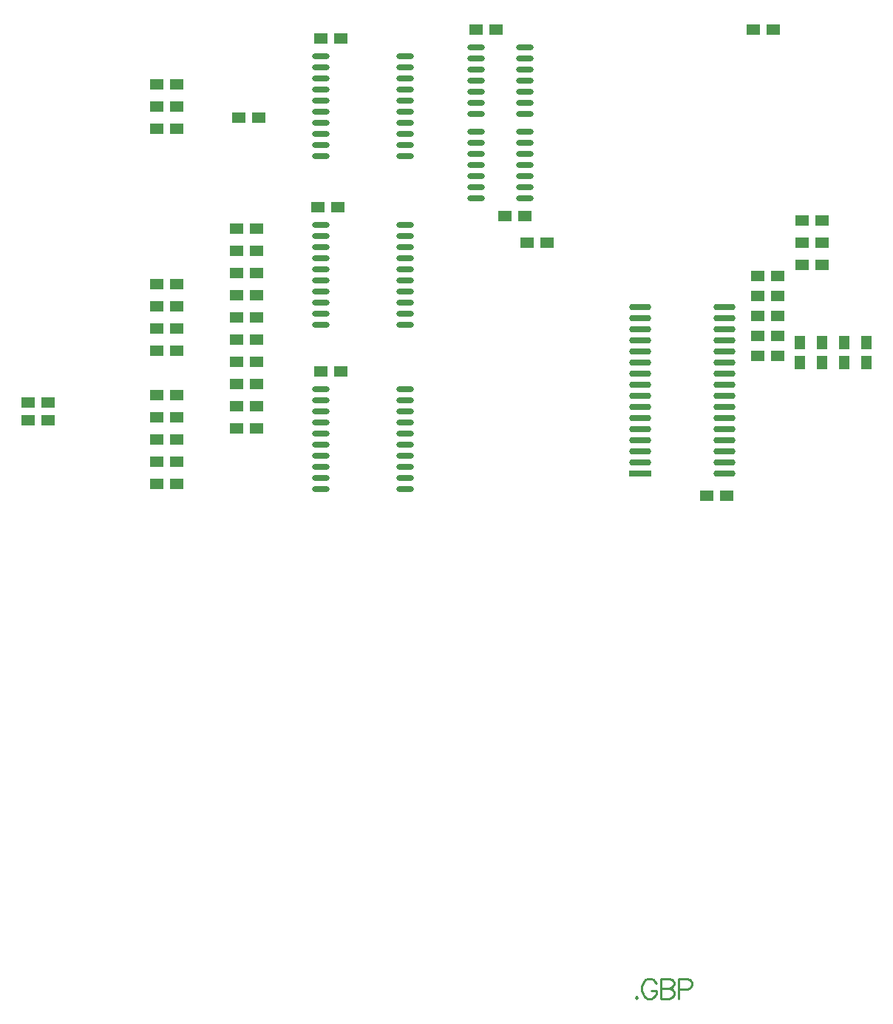
<source format=gbp>
%FSLAX44Y44*%
%MOMM*%
G71*
G01*
G75*
%ADD10C,0.2000*%
%ADD11O,2.0320X0.6096*%
%ADD12R,1.5240X1.2700*%
%ADD13R,1.5240X1.5240*%
%ADD14R,1.9050X0.4064*%
%ADD15R,0.4064X1.9050*%
%ADD16R,1.2700X1.5240*%
%ADD17O,0.6000X2.2000*%
%ADD18O,0.6000X2.2000*%
%ADD19R,0.9144X0.9144*%
%ADD20R,0.9144X1.2700*%
%ADD21R,1.5000X0.4000*%
%ADD22R,1.2700X0.9144*%
%ADD23C,1.0000*%
%ADD24C,0.3000*%
%ADD25C,0.6000*%
%ADD26C,0.8000*%
%ADD27C,0.5000*%
%ADD28C,0.2540*%
%ADD29C,0.2286*%
%ADD30C,3.6000*%
%ADD31C,1.6510*%
%ADD32C,1.4500*%
%ADD33R,1.4500X1.4500*%
%ADD34C,1.5000*%
%ADD35R,1.5000X1.5000*%
%ADD36R,1.6000X1.6000*%
%ADD37C,1.6000*%
%ADD38C,0.8000*%
%ADD39O,2.5400X0.7500*%
%ADD40R,2.5400X0.7500*%
%ADD41C,0.4000*%
%ADD42C,0.7000*%
%ADD43C,0.2500*%
%ADD44C,0.3048*%
%ADD45C,0.1500*%
D11*
X2510916Y2465197D02*
D03*
Y2427097D02*
D03*
Y2401697D02*
D03*
Y2388997D02*
D03*
Y2376297D02*
D03*
Y2363597D02*
D03*
Y2350897D02*
D03*
X2607436D02*
D03*
Y2363597D02*
D03*
Y2376297D02*
D03*
Y2388997D02*
D03*
Y2401697D02*
D03*
Y2414397D02*
D03*
Y2439797D02*
D03*
Y2452497D02*
D03*
X2510916Y2439797D02*
D03*
Y2414397D02*
D03*
X2607436Y2427097D02*
D03*
Y2465197D02*
D03*
X2510916Y2452497D02*
D03*
X2744596Y2424557D02*
D03*
Y2411857D02*
D03*
Y2437257D02*
D03*
Y2475357D02*
D03*
X2607436Y2170557D02*
D03*
Y2195957D02*
D03*
Y2246757D02*
D03*
X2510916Y2234057D02*
D03*
Y2157857D02*
D03*
Y2183257D02*
D03*
X2607436Y2221357D02*
D03*
X2510916Y2208657D02*
D03*
X2688716Y2475357D02*
D03*
Y2462657D02*
D03*
Y2449957D02*
D03*
Y2437257D02*
D03*
Y2424557D02*
D03*
Y2411857D02*
D03*
Y2399157D02*
D03*
X2744596D02*
D03*
Y2449957D02*
D03*
Y2462657D02*
D03*
Y2302637D02*
D03*
X2688716Y2378837D02*
D03*
X2607436Y2272157D02*
D03*
Y2259457D02*
D03*
Y2234057D02*
D03*
Y2208657D02*
D03*
Y2183257D02*
D03*
Y2157857D02*
D03*
X2510916Y2170557D02*
D03*
Y2195957D02*
D03*
Y2221357D02*
D03*
Y2246757D02*
D03*
Y2259457D02*
D03*
Y2272157D02*
D03*
X2688716Y2302637D02*
D03*
Y2328037D02*
D03*
Y2315337D02*
D03*
X2744596D02*
D03*
X2688716Y2340737D02*
D03*
X2744596Y2353437D02*
D03*
X2688716D02*
D03*
X2744596Y2366137D02*
D03*
Y2328037D02*
D03*
Y2340737D02*
D03*
Y2378837D02*
D03*
X2688716Y2366137D02*
D03*
X2510916Y2084197D02*
D03*
Y2071497D02*
D03*
X2607436Y1969897D02*
D03*
Y2084197D02*
D03*
X2510916Y2046097D02*
D03*
Y2020697D02*
D03*
Y1995297D02*
D03*
Y1969897D02*
D03*
X2607436Y1995297D02*
D03*
Y2020697D02*
D03*
Y2046097D02*
D03*
Y2071497D02*
D03*
X2510916Y2033397D02*
D03*
Y1982597D02*
D03*
Y2058797D02*
D03*
Y2007997D02*
D03*
X2607436Y2033397D02*
D03*
Y1982597D02*
D03*
Y2058797D02*
D03*
Y2007997D02*
D03*
D12*
X2322956Y2001393D02*
D03*
X2345816D02*
D03*
X2416936Y2395067D02*
D03*
X2439796D02*
D03*
X2322956Y1975993D02*
D03*
X2345816D02*
D03*
X2414396Y2039493D02*
D03*
X2437256D02*
D03*
X2414396Y2064893D02*
D03*
X2437256D02*
D03*
X2414396Y2090293D02*
D03*
X2437256D02*
D03*
X2322956Y2128393D02*
D03*
X2345816D02*
D03*
X2322956Y2153793D02*
D03*
X2345816D02*
D03*
X2322956Y2179193D02*
D03*
X2345816D02*
D03*
X2322956Y2204593D02*
D03*
X2345816D02*
D03*
X2322956Y2026793D02*
D03*
X2345816D02*
D03*
X2322956Y2052193D02*
D03*
X2345816D02*
D03*
X2322956Y2077593D02*
D03*
X2345816D02*
D03*
X2414396Y2115693D02*
D03*
X2437256D02*
D03*
X2414396Y2141093D02*
D03*
X2437256D02*
D03*
X2414396Y2166493D02*
D03*
X2437256D02*
D03*
X2414396Y2191893D02*
D03*
X2437256D02*
D03*
X2414396Y2217293D02*
D03*
X2437256D02*
D03*
X2414396Y2242693D02*
D03*
X2437256D02*
D03*
X2414396Y2268093D02*
D03*
X2437256D02*
D03*
X2322956Y2382393D02*
D03*
X2345816D02*
D03*
X2322956Y2407793D02*
D03*
X2345816D02*
D03*
X2322956Y2433193D02*
D03*
X2345816D02*
D03*
X2175636Y2068957D02*
D03*
X2198496D02*
D03*
X2175636Y2048637D02*
D03*
X2198496D02*
D03*
X3062096Y2226437D02*
D03*
X3084956D02*
D03*
X3062096Y2251837D02*
D03*
X3084956D02*
D03*
Y2277237D02*
D03*
X3062096D02*
D03*
X3006216Y2495677D02*
D03*
X3029076D02*
D03*
X2747136Y2251837D02*
D03*
X2769996D02*
D03*
X2721736Y2282317D02*
D03*
X2744596D02*
D03*
X2711576Y2495677D02*
D03*
X2688716D02*
D03*
X2533776Y2104517D02*
D03*
X2510916D02*
D03*
X2507884Y2292477D02*
D03*
X2530744D02*
D03*
X2533776Y2485517D02*
D03*
X2510916D02*
D03*
X3034156Y2122297D02*
D03*
X3011296D02*
D03*
X2952876Y1962277D02*
D03*
X2975736D02*
D03*
X3011295Y2190877D02*
D03*
X3034156D02*
D03*
X3011295Y2168017D02*
D03*
X3034156D02*
D03*
Y2145157D02*
D03*
X3011295D02*
D03*
Y2213737D02*
D03*
X3034156D02*
D03*
D16*
X3110356Y2137537D02*
D03*
Y2114677D02*
D03*
X3084956Y2137537D02*
D03*
Y2114677D02*
D03*
X3059556D02*
D03*
Y2137537D02*
D03*
X3135756Y2114677D02*
D03*
Y2137537D02*
D03*
D29*
X2872684Y1389144D02*
X2871596Y1388055D01*
X2872684Y1386967D01*
X2873772Y1388055D01*
X2872684Y1389144D01*
X2895104Y1404380D02*
X2894016Y1406557D01*
X2891839Y1408734D01*
X2889662Y1409822D01*
X2885309D01*
X2883132Y1408734D01*
X2880956Y1406557D01*
X2879867Y1404380D01*
X2878779Y1401115D01*
Y1395674D01*
X2879867Y1392409D01*
X2880956Y1390232D01*
X2883132Y1388055D01*
X2885309Y1386967D01*
X2889662D01*
X2891839Y1388055D01*
X2894016Y1390232D01*
X2895104Y1392409D01*
Y1395674D01*
X2889662D02*
X2895104D01*
X2900328Y1409822D02*
Y1386967D01*
Y1409822D02*
X2910123D01*
X2913388Y1408734D01*
X2914476Y1407645D01*
X2915565Y1405469D01*
Y1403292D01*
X2914476Y1401115D01*
X2913388Y1400027D01*
X2910123Y1398939D01*
X2900328D02*
X2910123D01*
X2913388Y1397850D01*
X2914476Y1396762D01*
X2915565Y1394585D01*
Y1391320D01*
X2914476Y1389144D01*
X2913388Y1388055D01*
X2910123Y1386967D01*
X2900328D01*
X2920680Y1397850D02*
X2930475D01*
X2933740Y1398939D01*
X2934828Y1400027D01*
X2935916Y1402204D01*
Y1405469D01*
X2934828Y1407645D01*
X2933740Y1408734D01*
X2930475Y1409822D01*
X2920680D01*
Y1386967D01*
D39*
X2877196Y2025777D02*
D03*
Y2013077D02*
D03*
X2973196Y2000377D02*
D03*
Y2038477D02*
D03*
Y2051177D02*
D03*
Y2063877D02*
D03*
Y2076577D02*
D03*
Y2101977D02*
D03*
X2877196Y2140077D02*
D03*
X2973196Y2127377D02*
D03*
Y2140077D02*
D03*
Y2152777D02*
D03*
Y2165477D02*
D03*
Y2178177D02*
D03*
X2877196Y2165477D02*
D03*
Y2152777D02*
D03*
X2973196Y2114677D02*
D03*
Y2089277D02*
D03*
Y2025777D02*
D03*
Y2013077D02*
D03*
Y1987677D02*
D03*
X2877196Y2127377D02*
D03*
Y2114677D02*
D03*
Y2101977D02*
D03*
Y2089277D02*
D03*
Y2076577D02*
D03*
Y2063877D02*
D03*
Y2051177D02*
D03*
Y2038477D02*
D03*
Y2000377D02*
D03*
Y2178177D02*
D03*
D40*
Y1987677D02*
D03*
M02*

</source>
